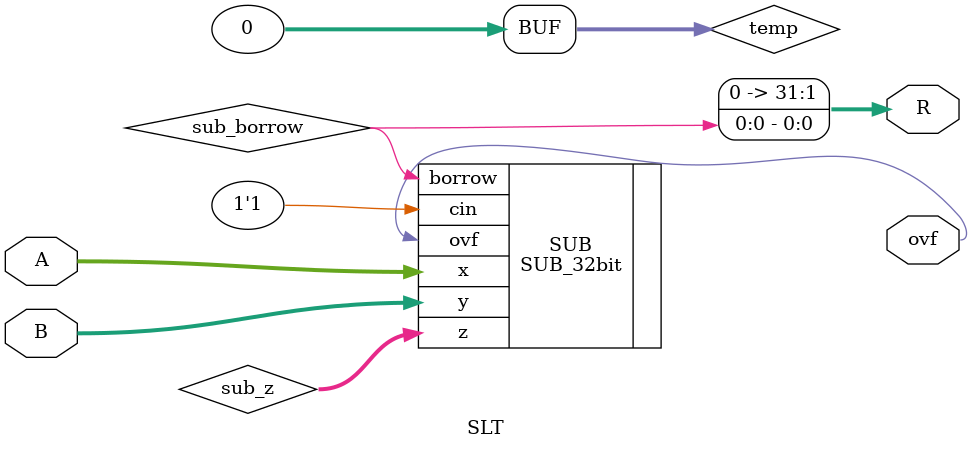
<source format=v>
module SLT(A,B,ovf,R);
    input [31:0] A;
    input [31:0] B;
    output ovf;
    output [31:0] R;
    
    wire [31:0] sub_z;
    wire sub_borrow;
    wire sub_ovf;
    wire [31:0] temp;
    
    assign temp = 32'h00000000;
    
    assign R[31:1] = temp[30:0];
    
    SUB_32bit SUB(.x(A), .y(B), .cin(1'b1), .z(sub_z), .borrow(sub_borrow), .ovf(ovf));
    
    assign R[0] = sub_borrow;
    
endmodule

</source>
